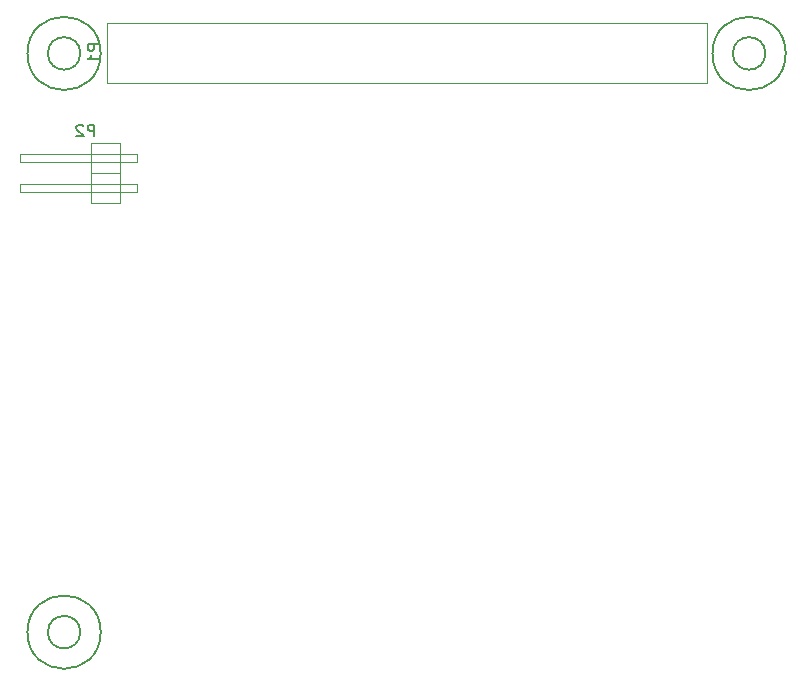
<source format=gbr>
G04 #@! TF.FileFunction,Other,Fab,Bot*
%FSLAX46Y46*%
G04 Gerber Fmt 4.6, Leading zero omitted, Abs format (unit mm)*
G04 Created by KiCad (PCBNEW 4.0.0-rc1-stable) date 02/05/2017 19:54:53*
%MOMM*%
G01*
G04 APERTURE LIST*
%ADD10C,0.100000*%
%ADD11C,0.150000*%
G04 APERTURE END LIST*
D10*
X98171000Y-67208400D02*
X148971000Y-67208400D01*
X148971000Y-67208400D02*
X148971000Y-72288400D01*
X148971000Y-72288400D02*
X98171000Y-72288400D01*
X98171000Y-72288400D02*
X98171000Y-67208400D01*
D11*
X155659000Y-69786000D02*
G75*
G03X155659000Y-69786000I-3100000J0D01*
G01*
X153934000Y-69786000D02*
G75*
G03X153934000Y-69786000I-1375000J0D01*
G01*
X97659000Y-118786000D02*
G75*
G03X97659000Y-118786000I-3100000J0D01*
G01*
X95934000Y-118786000D02*
G75*
G03X95934000Y-118786000I-1375000J0D01*
G01*
X97659000Y-69786000D02*
G75*
G03X97659000Y-69786000I-3100000J0D01*
G01*
X95934000Y-69786000D02*
G75*
G03X95934000Y-69786000I-1375000J0D01*
G01*
D10*
X99311000Y-77368400D02*
X99311000Y-79908400D01*
X99311000Y-79908400D02*
X96811000Y-79908400D01*
X96811000Y-79908400D02*
X96811000Y-77368400D01*
X96811000Y-77368400D02*
X99311000Y-77368400D01*
X100711000Y-78318400D02*
X100711000Y-78958400D01*
X100711000Y-78958400D02*
X90811000Y-78958400D01*
X90811000Y-78958400D02*
X90811000Y-78318400D01*
X90811000Y-78318400D02*
X100711000Y-78318400D01*
X99311000Y-79908400D02*
X99311000Y-82448400D01*
X99311000Y-82448400D02*
X96811000Y-82448400D01*
X96811000Y-82448400D02*
X96811000Y-79908400D01*
X96811000Y-79908400D02*
X99311000Y-79908400D01*
X100711000Y-80858400D02*
X100711000Y-81498400D01*
X100711000Y-81498400D02*
X90811000Y-81498400D01*
X90811000Y-81498400D02*
X90811000Y-80858400D01*
X90811000Y-80858400D02*
X100711000Y-80858400D01*
D11*
X97563381Y-69010305D02*
X96563381Y-69010305D01*
X96563381Y-69391258D01*
X96611000Y-69486496D01*
X96658619Y-69534115D01*
X96753857Y-69581734D01*
X96896714Y-69581734D01*
X96991952Y-69534115D01*
X97039571Y-69486496D01*
X97087190Y-69391258D01*
X97087190Y-69010305D01*
X97563381Y-70534115D02*
X97563381Y-69962686D01*
X97563381Y-70248400D02*
X96563381Y-70248400D01*
X96706238Y-70153162D01*
X96801476Y-70057924D01*
X96849095Y-69962686D01*
X97134095Y-76820781D02*
X97134095Y-75820781D01*
X96753142Y-75820781D01*
X96657904Y-75868400D01*
X96610285Y-75916019D01*
X96562666Y-76011257D01*
X96562666Y-76154114D01*
X96610285Y-76249352D01*
X96657904Y-76296971D01*
X96753142Y-76344590D01*
X97134095Y-76344590D01*
X96181714Y-75916019D02*
X96134095Y-75868400D01*
X96038857Y-75820781D01*
X95800761Y-75820781D01*
X95705523Y-75868400D01*
X95657904Y-75916019D01*
X95610285Y-76011257D01*
X95610285Y-76106495D01*
X95657904Y-76249352D01*
X96229333Y-76820781D01*
X95610285Y-76820781D01*
M02*

</source>
